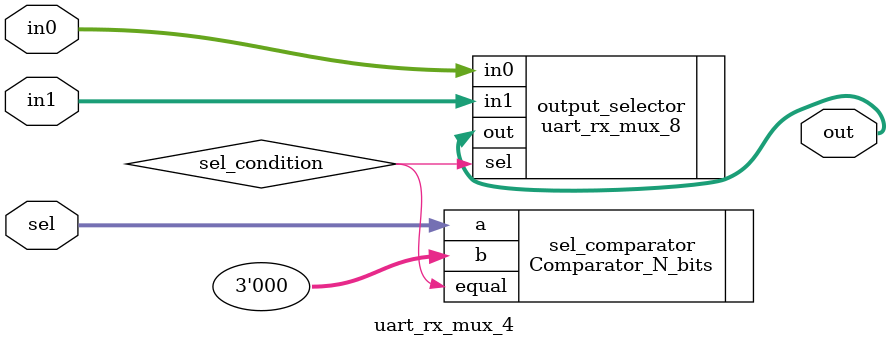
<source format=sv>
module uart_rx_mux_4(
  input  logic [2:0] sel,
  input  logic [2:0] in0,
  input  logic [2:0] in1,
  output logic [2:0] out
);
  logic sel_condition;

  // Comparar sel con 3'b000
  Comparator_N_bits #(3) sel_comparator (
    .a(sel),
    .b(3'b000),
    .equal(sel_condition)
  );

  // Usar un multiplexor 2:1 para seleccionar entre in1 e in0
  uart_rx_mux_8 #(3) output_selector (
    .sel(sel_condition),
    .in0(in0),
    .in1(in1),
    .out(out)
  );

endmodule
</source>
